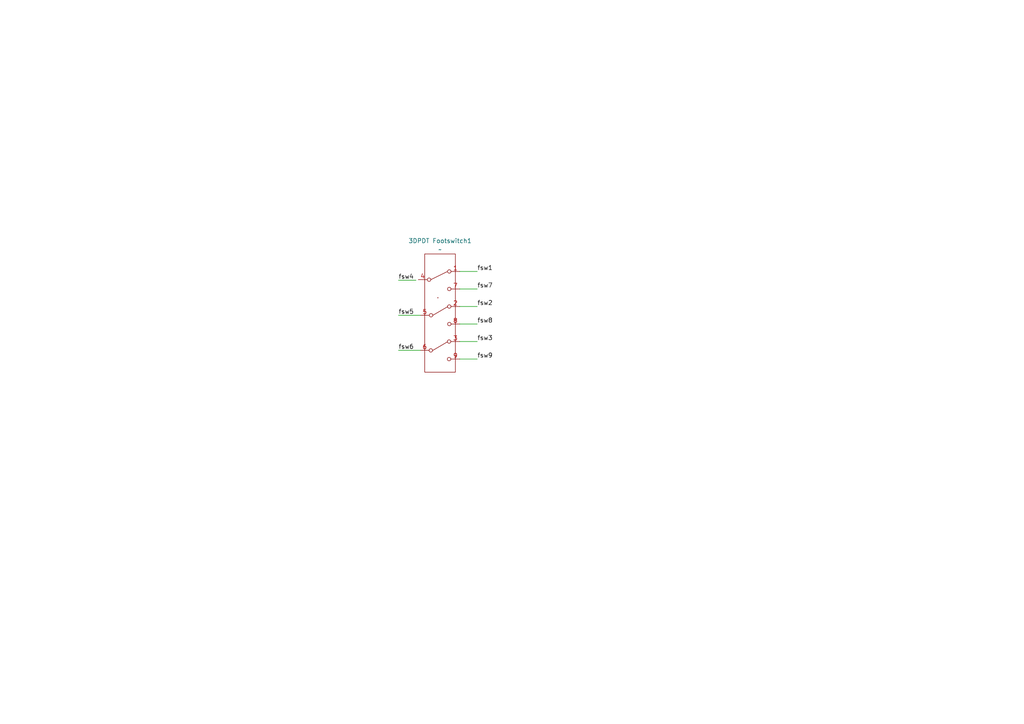
<source format=kicad_sch>
(kicad_sch (version 20250114) (generator "eeschema") (generator_version "9.0")
  (paper "A4")
  (title_block (date "2025-06-09"))
  (lib_symbols
    (symbol "Switch:SW_3DPDT" (pin_names (hide yes))
      (property "Reference" "3DPDT Footswitch" (at -0.254 17.526 0))
      (symbol "SW_3DPDT_0_1"
        (polyline (pts (xy -3.2891 9.0704) (xy 1.3962 11.379)))
        (polyline (pts (xy -2.7856 -11.4847) (xy 1.4809 -8.9874)))
        (polyline (pts (xy -2.7431 -1.295) (xy 1.5234 1.2023)))
        (circle (center -1.27 3.81) (radius 0.0001))
        (rectangle (start 3.81 16.51) (end -5.08 -17.78))
      )
      (symbol "SW_3DPDT_1_1"
        (circle (center -3.8169 9.0534) (radius 0.5))
        (circle (center -3.3174 -11.4626) (radius 0.5))
        (circle (center -3.251 -1.2696) (radius 0.5))
        (circle (center 1.9785 -8.8921) (radius 0.5))
        (circle (center 1.9785 -13.9887) (radius 0.5))
        (circle (center 2.0341 1.2675) (radius 0.5))
        (circle (center 2.0361 6.3521) (radius 0.5))
        (circle (center 2.0412 11.4349) (radius 0.5))
        (circle (center 2.0595 -3.8176) (radius 0.5))
        (pin passive line (at -6.9497 9.0704 0) (length 2.54) (name "D") (number "4"))
        (pin passive line (at -6.35 -1.27 0) (length 2.54) (name "E") (number "5"))
        (pin passive line (at -6.35 -11.43 0) (length 2.54) (name "F") (number "6"))
        (pin passive line (at 5.08 11.43 180) (length 2.54) (name "A") (number "1"))
        (pin passive line (at 5.08 6.35 180) (length 2.54) (name "G") (number "7"))
        (pin passive line (at 5.08 1.27 180) (length 2.54) (name "B") (number "2"))
        (pin passive line (at 5.08 -3.81 180) (length 2.54) (name "G") (number "8"))
        (pin passive line (at 5.08 -8.89 180) (length 2.54) (name "C") (number "3"))
        (pin passive line (at 5.08 -13.97 180) (length 2.54) (name "G") (number "9"))
      )
    )
  )
  (wire (pts (xy 115.57 81.28) (xy 120.65 81.28)))
  (wire (pts (xy 133.35 99.06) (xy 138.43 99.06)))
  (wire (pts (xy 115.57 101.6) (xy 121.92 101.6)))
  (wire (pts (xy 133.35 83.82) (xy 138.43 83.82)))
  (wire (pts (xy 133.35 88.9) (xy 138.43 88.9)))
  (wire (pts (xy 133.35 104.14) (xy 138.43 104.14)))
  (wire (pts (xy 115.57 91.44) (xy 121.92 91.44)))
  (wire (pts (xy 133.35 78.74) (xy 138.43 78.74)))
  (wire (pts (xy 133.35 93.98) (xy 138.43 93.98)))
  (label "fsw1" (at 138.43 78.74 0))
  (label "fsw8" (at 138.43 93.98 0))
  (label "fsw7" (at 138.43 83.82 0))
  (label "fsw9" (at 138.43 104.14 0))
  (label "fsw4" (at 115.57 81.28 0))
  (label "fsw3" (at 138.43 99.06 0))
  (label "fsw5" (at 115.57 91.44 0))
  (label "fsw6" (at 115.57 101.6 0))
  (label "fsw2" (at 138.43 88.9 0))
  (symbol (lib_id "Switch:SW_3DPDT") (at 128.27 90.17 0) (unit 1)
    (property "Reference" "3DPDT Footswitch1" (at 127.635 69.85 0))
    (property "Value" "~" (at 127.635 72.39 0))
  )
)
</source>
